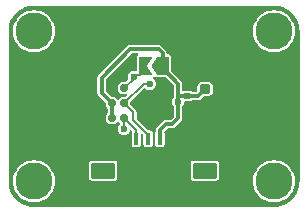
<source format=gbr>
%TF.GenerationSoftware,KiCad,Pcbnew,9.0.2*%
%TF.CreationDate,2025-05-19T10:14:33-04:00*%
%TF.ProjectId,lps28dfwBreakoutBoard,6c707332-3864-4667-9742-7265616b6f75,rev?*%
%TF.SameCoordinates,Original*%
%TF.FileFunction,Copper,L2,Bot*%
%TF.FilePolarity,Positive*%
%FSLAX46Y46*%
G04 Gerber Fmt 4.6, Leading zero omitted, Abs format (unit mm)*
G04 Created by KiCad (PCBNEW 9.0.2) date 2025-05-19 10:14:33*
%MOMM*%
%LPD*%
G01*
G04 APERTURE LIST*
G04 Aperture macros list*
%AMRoundRect*
0 Rectangle with rounded corners*
0 $1 Rounding radius*
0 $2 $3 $4 $5 $6 $7 $8 $9 X,Y pos of 4 corners*
0 Add a 4 corners polygon primitive as box body*
4,1,4,$2,$3,$4,$5,$6,$7,$8,$9,$2,$3,0*
0 Add four circle primitives for the rounded corners*
1,1,$1+$1,$2,$3*
1,1,$1+$1,$4,$5*
1,1,$1+$1,$6,$7*
1,1,$1+$1,$8,$9*
0 Add four rect primitives between the rounded corners*
20,1,$1+$1,$2,$3,$4,$5,0*
20,1,$1+$1,$4,$5,$6,$7,0*
20,1,$1+$1,$6,$7,$8,$9,0*
20,1,$1+$1,$8,$9,$2,$3,0*%
%AMFreePoly0*
4,1,6,1.000000,0.000000,0.500000,-0.750000,-0.500000,-0.750000,-0.500000,0.750000,0.500000,0.750000,1.000000,0.000000,1.000000,0.000000,$1*%
%AMFreePoly1*
4,1,6,0.500000,-0.750000,-0.650000,-0.750000,-0.150000,0.000000,-0.650000,0.750000,0.500000,0.750000,0.500000,-0.750000,0.500000,-0.750000,$1*%
G04 Aperture macros list end*
%TA.AperFunction,ComponentPad*%
%ADD10C,3.140000*%
%TD*%
%TA.AperFunction,SMDPad,CuDef*%
%ADD11RoundRect,0.150000X-0.150000X-0.150000X0.150000X-0.150000X0.150000X0.150000X-0.150000X0.150000X0*%
%TD*%
%TA.AperFunction,SMDPad,CuDef*%
%ADD12RoundRect,0.150000X0.150000X0.150000X-0.150000X0.150000X-0.150000X-0.150000X0.150000X-0.150000X0*%
%TD*%
%TA.AperFunction,SMDPad,CuDef*%
%ADD13RoundRect,0.200000X-0.250000X0.200000X-0.250000X-0.200000X0.250000X-0.200000X0.250000X0.200000X0*%
%TD*%
%TA.AperFunction,SMDPad,CuDef*%
%ADD14FreePoly0,180.000000*%
%TD*%
%TA.AperFunction,SMDPad,CuDef*%
%ADD15FreePoly1,180.000000*%
%TD*%
%TA.AperFunction,SMDPad,CuDef*%
%ADD16RoundRect,0.125000X-0.175000X0.125000X-0.175000X-0.125000X0.175000X-0.125000X0.175000X0.125000X0*%
%TD*%
%TA.AperFunction,SMDPad,CuDef*%
%ADD17RoundRect,0.050000X0.950000X0.600000X-0.950000X0.600000X-0.950000X-0.600000X0.950000X-0.600000X0*%
%TD*%
%TA.AperFunction,SMDPad,CuDef*%
%ADD18RoundRect,0.050000X0.150000X0.450000X-0.150000X0.450000X-0.150000X-0.450000X0.150000X-0.450000X0*%
%TD*%
%TA.AperFunction,ViaPad*%
%ADD19C,0.600000*%
%TD*%
%TA.AperFunction,Conductor*%
%ADD20C,0.300000*%
%TD*%
%TA.AperFunction,Conductor*%
%ADD21C,0.200000*%
%TD*%
G04 APERTURE END LIST*
D10*
%TO.P,REF\u002A\u002A,*%
%TO.N,*%
X129540000Y-114300000D03*
%TD*%
%TO.P,REF\u002A\u002A,*%
%TO.N,*%
X149860000Y-101600000D03*
%TD*%
%TO.P,REF\u002A\u002A,*%
%TO.N,*%
X129540000Y-101600000D03*
%TD*%
%TO.P,REF\u002A\u002A,*%
%TO.N,*%
X149860000Y-114300000D03*
%TD*%
D11*
%TO.P,R2,1*%
%TO.N,+3V3*%
X136127000Y-107696000D03*
%TO.P,R2,2*%
%TO.N,/SDA*%
X137177000Y-107696000D03*
%TD*%
D12*
%TO.P,R1,1*%
%TO.N,/ADDR0*%
X137177000Y-106426000D03*
%TO.P,R1,2*%
%TO.N,VSS*%
X136127000Y-106426000D03*
%TD*%
D13*
%TO.P,C1,1*%
%TO.N,+3V3*%
X144018000Y-106488000D03*
%TO.P,C1,2*%
%TO.N,VSS*%
X144018000Y-107888000D03*
%TD*%
D14*
%TO.P,JP1,1*%
%TO.N,+3V3*%
X140425000Y-104521000D03*
D15*
%TO.P,JP1,2*%
%TO.N,/ADDR0*%
X138975000Y-104521000D03*
%TD*%
D16*
%TO.P,C2,1*%
%TO.N,+3V3*%
X142494000Y-107069000D03*
%TO.P,C2,2*%
%TO.N,VSS*%
X142494000Y-108069000D03*
%TD*%
D11*
%TO.P,R3,1*%
%TO.N,+3V3*%
X136127000Y-108966000D03*
%TO.P,R3,2*%
%TO.N,/SCL*%
X137177000Y-108966000D03*
%TD*%
D17*
%TO.P,J1,*%
%TO.N,*%
X144000000Y-113400000D03*
X135400000Y-113400000D03*
D18*
%TO.P,J1,1*%
%TO.N,VSS*%
X141200000Y-110700000D03*
%TO.P,J1,2*%
%TO.N,+3V3*%
X140200000Y-110700000D03*
%TO.P,J1,3*%
%TO.N,/SDA*%
X139200000Y-110700000D03*
%TO.P,J1,4*%
%TO.N,/SCL*%
X138200000Y-110700000D03*
%TD*%
D19*
%TO.N,+3V3*%
X141732000Y-107569000D03*
%TO.N,VSS*%
X142494000Y-108915200D03*
X144018000Y-108915200D03*
X141986000Y-109728000D03*
X143205200Y-108915200D03*
X141986000Y-110591600D03*
X136652000Y-105537000D03*
%TO.N,/SDA*%
X139319000Y-106045000D03*
%TO.N,/SCL*%
X137160000Y-109855000D03*
%TO.N,/ADDR0*%
X137998200Y-105486200D03*
%TD*%
D20*
%TO.N,+3V3*%
X140200000Y-109990000D02*
X140716000Y-109474000D01*
X141732000Y-107569000D02*
X141732000Y-106045000D01*
X141224000Y-109474000D02*
X141732000Y-108966000D01*
X140200000Y-110700000D02*
X140200000Y-109990000D01*
X140081000Y-103124000D02*
X140425000Y-103468000D01*
X142494000Y-107069000D02*
X143437000Y-107069000D01*
X141732000Y-108966000D02*
X141732000Y-107569000D01*
X140716000Y-109474000D02*
X141224000Y-109474000D01*
X135255000Y-105537000D02*
X137668000Y-103124000D01*
X136127000Y-108966000D02*
X136127000Y-107696000D01*
X141732000Y-106045000D02*
X140425000Y-104738000D01*
X135255000Y-106824000D02*
X135255000Y-105537000D01*
X143437000Y-107069000D02*
X144018000Y-106488000D01*
X140425000Y-104738000D02*
X140425000Y-104521000D01*
X140425000Y-103468000D02*
X140425000Y-104521000D01*
X136127000Y-107696000D02*
X135255000Y-106824000D01*
X141732000Y-107069000D02*
X142494000Y-107069000D01*
X137668000Y-103124000D02*
X140081000Y-103124000D01*
D21*
%TO.N,/SDA*%
X137922000Y-108441000D02*
X137177000Y-107696000D01*
X139200000Y-110700000D02*
X139200000Y-110371000D01*
X137922000Y-109093000D02*
X137922000Y-108441000D01*
X138828000Y-106045000D02*
X137177000Y-107696000D01*
X139200000Y-110371000D02*
X137922000Y-109093000D01*
X139319000Y-106045000D02*
X138828000Y-106045000D01*
%TO.N,/SCL*%
X138200000Y-110700000D02*
X138200000Y-109989000D01*
X137177000Y-109838000D02*
X137160000Y-109855000D01*
X138200000Y-109989000D02*
X137177000Y-108966000D01*
X137177000Y-108966000D02*
X137177000Y-109838000D01*
%TO.N,/ADDR0*%
X138975000Y-104902000D02*
X138975000Y-105009000D01*
X137287000Y-106316000D02*
X137287000Y-106299000D01*
X137998200Y-105486200D02*
X137998200Y-105604800D01*
X138150600Y-105333800D02*
X138506200Y-105333800D01*
X137998200Y-105604800D02*
X137177000Y-106426000D01*
X138506200Y-105333800D02*
X138684000Y-105156000D01*
X137998200Y-105486200D02*
X138150600Y-105333800D01*
%TD*%
%TA.AperFunction,Conductor*%
%TO.N,VSS*%
G36*
X138350633Y-103492093D02*
G01*
X138376353Y-103536642D01*
X138367420Y-103587300D01*
X138349178Y-103608496D01*
X138346872Y-103610334D01*
X138289851Y-103681836D01*
X138289851Y-103681837D01*
X138269500Y-103771000D01*
X138269500Y-103771001D01*
X138269500Y-103771003D01*
X138269500Y-104910643D01*
X138251907Y-104958981D01*
X138207358Y-104984701D01*
X138174838Y-104983281D01*
X138068173Y-104954700D01*
X137928227Y-104954700D01*
X137847120Y-104976432D01*
X137793047Y-104990921D01*
X137671853Y-105060893D01*
X137671847Y-105060897D01*
X137572897Y-105159847D01*
X137572893Y-105159853D01*
X137502921Y-105281047D01*
X137484810Y-105348638D01*
X137466700Y-105416227D01*
X137466700Y-105556173D01*
X137487634Y-105634300D01*
X137488251Y-105636602D01*
X137483767Y-105687846D01*
X137468788Y-105709239D01*
X137274555Y-105903474D01*
X137227934Y-105925214D01*
X137221380Y-105925500D01*
X136993731Y-105925500D01*
X136925606Y-105935427D01*
X136820514Y-105986803D01*
X136737803Y-106069514D01*
X136686427Y-106174606D01*
X136676500Y-106242731D01*
X136676500Y-106609268D01*
X136686427Y-106677393D01*
X136737803Y-106782485D01*
X136820514Y-106865196D01*
X136820515Y-106865196D01*
X136820517Y-106865198D01*
X136925607Y-106916573D01*
X136975536Y-106923847D01*
X136993731Y-106926499D01*
X136993736Y-106926499D01*
X136993740Y-106926500D01*
X136993742Y-106926500D01*
X137339981Y-106926500D01*
X137388319Y-106944093D01*
X137414039Y-106988642D01*
X137405106Y-107039300D01*
X137393155Y-107054874D01*
X137274555Y-107173474D01*
X137227935Y-107195214D01*
X137221381Y-107195500D01*
X136993731Y-107195500D01*
X136925606Y-107205427D01*
X136820514Y-107256803D01*
X136737803Y-107339514D01*
X136719559Y-107376834D01*
X136682523Y-107412533D01*
X136631205Y-107416074D01*
X136589618Y-107385800D01*
X136584441Y-107376834D01*
X136578092Y-107363847D01*
X136566198Y-107339517D01*
X136566196Y-107339515D01*
X136566196Y-107339514D01*
X136483485Y-107256803D01*
X136483483Y-107256802D01*
X136378393Y-107205427D01*
X136310268Y-107195500D01*
X136310260Y-107195500D01*
X136153330Y-107195500D01*
X136104992Y-107177907D01*
X136100156Y-107173474D01*
X135627526Y-106700844D01*
X135605786Y-106654224D01*
X135605500Y-106647670D01*
X135605500Y-105713329D01*
X135623093Y-105664991D01*
X135627526Y-105660155D01*
X137791155Y-103496526D01*
X137837775Y-103474786D01*
X137844329Y-103474500D01*
X138302295Y-103474500D01*
X138350633Y-103492093D01*
G37*
%TD.AperFunction*%
%TA.AperFunction,Conductor*%
G36*
X149862264Y-99441637D02*
G01*
X149883836Y-99442941D01*
X150115650Y-99456964D01*
X150124645Y-99458056D01*
X150372098Y-99503403D01*
X150380893Y-99505571D01*
X150621070Y-99580413D01*
X150629561Y-99583633D01*
X150858958Y-99686876D01*
X150866996Y-99691095D01*
X151082279Y-99821238D01*
X151089752Y-99826397D01*
X151287771Y-99981536D01*
X151294568Y-99987558D01*
X151472441Y-100165431D01*
X151478463Y-100172228D01*
X151633602Y-100370247D01*
X151638761Y-100377720D01*
X151768904Y-100593003D01*
X151773124Y-100601044D01*
X151876366Y-100830438D01*
X151879586Y-100838929D01*
X151954425Y-101079095D01*
X151956598Y-101087912D01*
X152001941Y-101335343D01*
X152003036Y-101344357D01*
X152018363Y-101597735D01*
X152018500Y-101602276D01*
X152018500Y-114297723D01*
X152018363Y-114302264D01*
X152003036Y-114555642D01*
X152001941Y-114564656D01*
X151956598Y-114812087D01*
X151954425Y-114820904D01*
X151879586Y-115061070D01*
X151876366Y-115069561D01*
X151773124Y-115298955D01*
X151768904Y-115306996D01*
X151638761Y-115522279D01*
X151633602Y-115529752D01*
X151478463Y-115727771D01*
X151472441Y-115734568D01*
X151294568Y-115912441D01*
X151287771Y-115918463D01*
X151089752Y-116073602D01*
X151082279Y-116078761D01*
X150866996Y-116208904D01*
X150858955Y-116213124D01*
X150629561Y-116316366D01*
X150621070Y-116319586D01*
X150380904Y-116394425D01*
X150372087Y-116396598D01*
X150124656Y-116441941D01*
X150115642Y-116443036D01*
X149862265Y-116458363D01*
X149857724Y-116458500D01*
X129542276Y-116458500D01*
X129537735Y-116458363D01*
X129284357Y-116443036D01*
X129275343Y-116441941D01*
X129027912Y-116396598D01*
X129019095Y-116394425D01*
X128778929Y-116319586D01*
X128770438Y-116316366D01*
X128541044Y-116213124D01*
X128533003Y-116208904D01*
X128317720Y-116078761D01*
X128310247Y-116073602D01*
X128112228Y-115918463D01*
X128105431Y-115912441D01*
X127927558Y-115734568D01*
X127921536Y-115727771D01*
X127911852Y-115715411D01*
X127766397Y-115529752D01*
X127761238Y-115522279D01*
X127631095Y-115306996D01*
X127626875Y-115298955D01*
X127523633Y-115069561D01*
X127520413Y-115061070D01*
X127460977Y-114870333D01*
X127445571Y-114820893D01*
X127443403Y-114812098D01*
X127398056Y-114564645D01*
X127396964Y-114555650D01*
X127381637Y-114302263D01*
X127381500Y-114297723D01*
X127381500Y-114183955D01*
X127769500Y-114183955D01*
X127769500Y-114416045D01*
X127799794Y-114646149D01*
X127846619Y-114820904D01*
X127859864Y-114870332D01*
X127859864Y-114870333D01*
X127948680Y-115084753D01*
X128064725Y-115285750D01*
X128206006Y-115469871D01*
X128206018Y-115469885D01*
X128370114Y-115633981D01*
X128370121Y-115633987D01*
X128370123Y-115633989D01*
X128554252Y-115775276D01*
X128755248Y-115891320D01*
X128969670Y-115980137D01*
X129193851Y-116040206D01*
X129423955Y-116070500D01*
X129423958Y-116070500D01*
X129656042Y-116070500D01*
X129656045Y-116070500D01*
X129886149Y-116040206D01*
X130110330Y-115980137D01*
X130324752Y-115891320D01*
X130525748Y-115775276D01*
X130709877Y-115633989D01*
X130873989Y-115469877D01*
X131015276Y-115285748D01*
X131131320Y-115084752D01*
X131220137Y-114870330D01*
X131280206Y-114646149D01*
X131310500Y-114416045D01*
X131310500Y-114183955D01*
X131280206Y-113953851D01*
X131220137Y-113729670D01*
X131131320Y-113515248D01*
X131015276Y-113314252D01*
X130873989Y-113130123D01*
X130873987Y-113130121D01*
X130873981Y-113130114D01*
X130709885Y-112966018D01*
X130709871Y-112966006D01*
X130534308Y-112831292D01*
X130525750Y-112824725D01*
X130440184Y-112775324D01*
X134199500Y-112775324D01*
X134199500Y-114024675D01*
X134214033Y-114097738D01*
X134214035Y-114097743D01*
X134269398Y-114180601D01*
X134352256Y-114235964D01*
X134352258Y-114235965D01*
X134352260Y-114235966D01*
X134376615Y-114240810D01*
X134425324Y-114250500D01*
X134425326Y-114250500D01*
X136374676Y-114250500D01*
X136411207Y-114243233D01*
X136447740Y-114235966D01*
X136530601Y-114180601D01*
X136585966Y-114097740D01*
X136600500Y-114024674D01*
X136600500Y-112775326D01*
X136600500Y-112775324D01*
X142799500Y-112775324D01*
X142799500Y-114024675D01*
X142814033Y-114097738D01*
X142814035Y-114097743D01*
X142869398Y-114180601D01*
X142952256Y-114235964D01*
X142952258Y-114235965D01*
X142952260Y-114235966D01*
X142976615Y-114240810D01*
X143025324Y-114250500D01*
X143025326Y-114250500D01*
X144974676Y-114250500D01*
X145011207Y-114243233D01*
X145047740Y-114235966D01*
X145125581Y-114183955D01*
X148089500Y-114183955D01*
X148089500Y-114416045D01*
X148119794Y-114646149D01*
X148166619Y-114820904D01*
X148179864Y-114870332D01*
X148179864Y-114870333D01*
X148268680Y-115084753D01*
X148384725Y-115285750D01*
X148526006Y-115469871D01*
X148526018Y-115469885D01*
X148690114Y-115633981D01*
X148690121Y-115633987D01*
X148690123Y-115633989D01*
X148874252Y-115775276D01*
X149075248Y-115891320D01*
X149289670Y-115980137D01*
X149513851Y-116040206D01*
X149743955Y-116070500D01*
X149743958Y-116070500D01*
X149976042Y-116070500D01*
X149976045Y-116070500D01*
X150206149Y-116040206D01*
X150430330Y-115980137D01*
X150644752Y-115891320D01*
X150845748Y-115775276D01*
X151029877Y-115633989D01*
X151193989Y-115469877D01*
X151335276Y-115285748D01*
X151451320Y-115084752D01*
X151540137Y-114870330D01*
X151600206Y-114646149D01*
X151630500Y-114416045D01*
X151630500Y-114183955D01*
X151600206Y-113953851D01*
X151540137Y-113729670D01*
X151451320Y-113515248D01*
X151335276Y-113314252D01*
X151193989Y-113130123D01*
X151193987Y-113130121D01*
X151193981Y-113130114D01*
X151029885Y-112966018D01*
X151029871Y-112966006D01*
X150845750Y-112824725D01*
X150644753Y-112708680D01*
X150430333Y-112619864D01*
X150430331Y-112619863D01*
X150430330Y-112619863D01*
X150206149Y-112559794D01*
X149976045Y-112529500D01*
X149743955Y-112529500D01*
X149513851Y-112559794D01*
X149513847Y-112559795D01*
X149513846Y-112559795D01*
X149371723Y-112597877D01*
X149289670Y-112619863D01*
X149289668Y-112619863D01*
X149289667Y-112619864D01*
X149289666Y-112619864D01*
X149075246Y-112708680D01*
X148874249Y-112824725D01*
X148690128Y-112966006D01*
X148690114Y-112966018D01*
X148526018Y-113130114D01*
X148526006Y-113130128D01*
X148384725Y-113314249D01*
X148268680Y-113515246D01*
X148179864Y-113729666D01*
X148179864Y-113729667D01*
X148179863Y-113729670D01*
X148119794Y-113953851D01*
X148089500Y-114183955D01*
X145125581Y-114183955D01*
X145130601Y-114180601D01*
X145185966Y-114097740D01*
X145200500Y-114024674D01*
X145200500Y-112775326D01*
X145185966Y-112702260D01*
X145185965Y-112702258D01*
X145185964Y-112702256D01*
X145130601Y-112619398D01*
X145047743Y-112564035D01*
X145047738Y-112564033D01*
X144974676Y-112549500D01*
X144974674Y-112549500D01*
X143025326Y-112549500D01*
X143025324Y-112549500D01*
X142952261Y-112564033D01*
X142952256Y-112564035D01*
X142869398Y-112619398D01*
X142814035Y-112702256D01*
X142814033Y-112702261D01*
X142799500Y-112775324D01*
X136600500Y-112775324D01*
X136585966Y-112702260D01*
X136585965Y-112702258D01*
X136585964Y-112702256D01*
X136530601Y-112619398D01*
X136447743Y-112564035D01*
X136447738Y-112564033D01*
X136374676Y-112549500D01*
X136374674Y-112549500D01*
X134425326Y-112549500D01*
X134425324Y-112549500D01*
X134352261Y-112564033D01*
X134352256Y-112564035D01*
X134269398Y-112619398D01*
X134214035Y-112702256D01*
X134214033Y-112702261D01*
X134199500Y-112775324D01*
X130440184Y-112775324D01*
X130324753Y-112708680D01*
X130110333Y-112619864D01*
X130110331Y-112619863D01*
X130110330Y-112619863D01*
X129886149Y-112559794D01*
X129656045Y-112529500D01*
X129423955Y-112529500D01*
X129193851Y-112559794D01*
X129193847Y-112559795D01*
X129193846Y-112559795D01*
X129051723Y-112597877D01*
X128969670Y-112619863D01*
X128969668Y-112619863D01*
X128969667Y-112619864D01*
X128969666Y-112619864D01*
X128755246Y-112708680D01*
X128554249Y-112824725D01*
X128370128Y-112966006D01*
X128370114Y-112966018D01*
X128206018Y-113130114D01*
X128206006Y-113130128D01*
X128064725Y-113314249D01*
X127948680Y-113515246D01*
X127859864Y-113729666D01*
X127859864Y-113729667D01*
X127859863Y-113729670D01*
X127799794Y-113953851D01*
X127769500Y-114183955D01*
X127381500Y-114183955D01*
X127381500Y-105490856D01*
X134904500Y-105490856D01*
X134904500Y-105490858D01*
X134904500Y-106870144D01*
X134919600Y-106926497D01*
X134919600Y-106926499D01*
X134919601Y-106926499D01*
X134919601Y-106926500D01*
X134928386Y-106959288D01*
X134928388Y-106959291D01*
X134928389Y-106959294D01*
X134974529Y-107039210D01*
X134974533Y-107039216D01*
X135604474Y-107669156D01*
X135626214Y-107715776D01*
X135626500Y-107722330D01*
X135626500Y-107879268D01*
X135636427Y-107947393D01*
X135687803Y-108052485D01*
X135754474Y-108119156D01*
X135776214Y-108165776D01*
X135776500Y-108172330D01*
X135776500Y-108489670D01*
X135758907Y-108538008D01*
X135754474Y-108542844D01*
X135687803Y-108609514D01*
X135636427Y-108714606D01*
X135626500Y-108782731D01*
X135626500Y-109149268D01*
X135636427Y-109217393D01*
X135687803Y-109322485D01*
X135770514Y-109405196D01*
X135770515Y-109405196D01*
X135770517Y-109405198D01*
X135875607Y-109456573D01*
X135925536Y-109463847D01*
X135943731Y-109466499D01*
X135943736Y-109466499D01*
X135943740Y-109466500D01*
X135943742Y-109466500D01*
X136310258Y-109466500D01*
X136310260Y-109466500D01*
X136310264Y-109466499D01*
X136310268Y-109466499D01*
X136319946Y-109465088D01*
X136378393Y-109456573D01*
X136483483Y-109405198D01*
X136566198Y-109322483D01*
X136584441Y-109285165D01*
X136621476Y-109249467D01*
X136672794Y-109245925D01*
X136711719Y-109272491D01*
X136716269Y-109278436D01*
X136737802Y-109322483D01*
X136789676Y-109374357D01*
X136792702Y-109378311D01*
X136799003Y-109398388D01*
X136807897Y-109417459D01*
X136806558Y-109422455D01*
X136808107Y-109427390D01*
X136800029Y-109446820D01*
X136794583Y-109467146D01*
X136788630Y-109474240D01*
X136788361Y-109474888D01*
X136787875Y-109475139D01*
X136786158Y-109477187D01*
X136734694Y-109528651D01*
X136734693Y-109528653D01*
X136664721Y-109649847D01*
X136646610Y-109717438D01*
X136628500Y-109785027D01*
X136628500Y-109924973D01*
X136649057Y-110001692D01*
X136664721Y-110060152D01*
X136734693Y-110181346D01*
X136734697Y-110181352D01*
X136833647Y-110280302D01*
X136833650Y-110280304D01*
X136833652Y-110280306D01*
X136954849Y-110350279D01*
X137090027Y-110386500D01*
X137090030Y-110386500D01*
X137229970Y-110386500D01*
X137229973Y-110386500D01*
X137365151Y-110350279D01*
X137486348Y-110280306D01*
X137585306Y-110181348D01*
X137655279Y-110060151D01*
X137661910Y-110035403D01*
X137669514Y-110024542D01*
X137672947Y-110011733D01*
X137683807Y-110004128D01*
X137691412Y-109993267D01*
X137704220Y-109989834D01*
X137715084Y-109982228D01*
X137728292Y-109983383D01*
X137741099Y-109979952D01*
X137753117Y-109985556D01*
X137766328Y-109986712D01*
X137787714Y-110001687D01*
X137787718Y-110001689D01*
X137787721Y-110001692D01*
X137820164Y-110034135D01*
X137841904Y-110080755D01*
X137829517Y-110129087D01*
X137814035Y-110152256D01*
X137814033Y-110152261D01*
X137799500Y-110225324D01*
X137799500Y-111174675D01*
X137814033Y-111247738D01*
X137814035Y-111247743D01*
X137869398Y-111330601D01*
X137952256Y-111385964D01*
X137952258Y-111385965D01*
X137952260Y-111385966D01*
X137976615Y-111390810D01*
X138025324Y-111400500D01*
X138025326Y-111400500D01*
X138374676Y-111400500D01*
X138411207Y-111393233D01*
X138447740Y-111385966D01*
X138530601Y-111330601D01*
X138585966Y-111247740D01*
X138600500Y-111174674D01*
X138600500Y-110378019D01*
X138608242Y-110356746D01*
X138614100Y-110334886D01*
X138616916Y-110332913D01*
X138618093Y-110329681D01*
X138637698Y-110318361D01*
X138656237Y-110305381D01*
X138659663Y-110305680D01*
X138662642Y-110303961D01*
X138684935Y-110307892D01*
X138707481Y-110309865D01*
X138711304Y-110312542D01*
X138713300Y-110312894D01*
X138728874Y-110324845D01*
X138777474Y-110373445D01*
X138799214Y-110420065D01*
X138799500Y-110426619D01*
X138799500Y-111174675D01*
X138814033Y-111247738D01*
X138814035Y-111247743D01*
X138869398Y-111330601D01*
X138952256Y-111385964D01*
X138952258Y-111385965D01*
X138952260Y-111385966D01*
X138976615Y-111390810D01*
X139025324Y-111400500D01*
X139025326Y-111400500D01*
X139374676Y-111400500D01*
X139411207Y-111393233D01*
X139447740Y-111385966D01*
X139530601Y-111330601D01*
X139585966Y-111247740D01*
X139600500Y-111174674D01*
X139600500Y-110225326D01*
X139585966Y-110152260D01*
X139585965Y-110152258D01*
X139585964Y-110152256D01*
X139530601Y-110069398D01*
X139447743Y-110014035D01*
X139447738Y-110014033D01*
X139374676Y-109999500D01*
X139374674Y-109999500D01*
X139284619Y-109999500D01*
X139236281Y-109981907D01*
X139231445Y-109977474D01*
X138244526Y-108990555D01*
X138222786Y-108943935D01*
X138222500Y-108937381D01*
X138222500Y-108401439D01*
X138202020Y-108325009D01*
X138193660Y-108310529D01*
X138162460Y-108256489D01*
X138106511Y-108200540D01*
X137699526Y-107793555D01*
X137692588Y-107778678D01*
X137682035Y-107766101D01*
X137679184Y-107749933D01*
X137677786Y-107746935D01*
X137677500Y-107740381D01*
X137677500Y-107651618D01*
X137695093Y-107603280D01*
X137699515Y-107598455D01*
X138856984Y-106440985D01*
X138903603Y-106419246D01*
X138953290Y-106432560D01*
X138963331Y-106440986D01*
X138992647Y-106470302D01*
X138992650Y-106470304D01*
X138992652Y-106470306D01*
X139113849Y-106540279D01*
X139249027Y-106576500D01*
X139249030Y-106576500D01*
X139388970Y-106576500D01*
X139388973Y-106576500D01*
X139524151Y-106540279D01*
X139645348Y-106470306D01*
X139744306Y-106371348D01*
X139814279Y-106250151D01*
X139850500Y-106114973D01*
X139850500Y-105975027D01*
X139814279Y-105839849D01*
X139744306Y-105718652D01*
X139744304Y-105718650D01*
X139744302Y-105718647D01*
X139645352Y-105619697D01*
X139645349Y-105619695D01*
X139645348Y-105619694D01*
X139629237Y-105610392D01*
X139596174Y-105570987D01*
X139596174Y-105519547D01*
X139629240Y-105480142D01*
X139639172Y-105475343D01*
X139646008Y-105472638D01*
X139698085Y-105463065D01*
X139738793Y-105435925D01*
X139746206Y-105432993D01*
X139764423Y-105432488D01*
X139782136Y-105428173D01*
X139790813Y-105431756D01*
X139797626Y-105431568D01*
X139805528Y-105437834D01*
X139820758Y-105444124D01*
X139835837Y-105456149D01*
X139925000Y-105476500D01*
X140636670Y-105476500D01*
X140685008Y-105494093D01*
X140689844Y-105498526D01*
X141359474Y-106168156D01*
X141381214Y-106214776D01*
X141381500Y-106221330D01*
X141381500Y-107136697D01*
X141363907Y-107185035D01*
X141359474Y-107189871D01*
X141306697Y-107242647D01*
X141306693Y-107242653D01*
X141236721Y-107363847D01*
X141223676Y-107412533D01*
X141200500Y-107499027D01*
X141200500Y-107638973D01*
X141222836Y-107722330D01*
X141236721Y-107774152D01*
X141291906Y-107869734D01*
X141306694Y-107895348D01*
X141359474Y-107948128D01*
X141381214Y-107994747D01*
X141381500Y-108001302D01*
X141381500Y-108789670D01*
X141363907Y-108838008D01*
X141359474Y-108842844D01*
X141100844Y-109101474D01*
X141054224Y-109123214D01*
X141047670Y-109123500D01*
X140669856Y-109123500D01*
X140616369Y-109137831D01*
X140580710Y-109147386D01*
X140500789Y-109193529D01*
X140500783Y-109193533D01*
X139919533Y-109774783D01*
X139919529Y-109774789D01*
X139890829Y-109824500D01*
X139873386Y-109854710D01*
X139873386Y-109854712D01*
X139849500Y-109943856D01*
X139849500Y-109943858D01*
X139849500Y-110076368D01*
X139836827Y-110118146D01*
X139814035Y-110152256D01*
X139814033Y-110152261D01*
X139799500Y-110225324D01*
X139799500Y-111174675D01*
X139814033Y-111247738D01*
X139814035Y-111247743D01*
X139869398Y-111330601D01*
X139952256Y-111385964D01*
X139952258Y-111385965D01*
X139952260Y-111385966D01*
X139976615Y-111390810D01*
X140025324Y-111400500D01*
X140025326Y-111400500D01*
X140374676Y-111400500D01*
X140411207Y-111393233D01*
X140447740Y-111385966D01*
X140530601Y-111330601D01*
X140585966Y-111247740D01*
X140600500Y-111174674D01*
X140600500Y-110225326D01*
X140585966Y-110152260D01*
X140585964Y-110152257D01*
X140585089Y-110147857D01*
X140592913Y-110097016D01*
X140605666Y-110080014D01*
X140839157Y-109846525D01*
X140885777Y-109824786D01*
X140892331Y-109824500D01*
X141270141Y-109824500D01*
X141270144Y-109824500D01*
X141359288Y-109800614D01*
X141379217Y-109789108D01*
X141439212Y-109754470D01*
X142012469Y-109181213D01*
X142058614Y-109101288D01*
X142071435Y-109053438D01*
X142082500Y-109012144D01*
X142082500Y-108001302D01*
X142100093Y-107952964D01*
X142104515Y-107948138D01*
X142157306Y-107895348D01*
X142227279Y-107774151D01*
X142263500Y-107638973D01*
X142263500Y-107594699D01*
X142281093Y-107546361D01*
X142325642Y-107520641D01*
X142338690Y-107519499D01*
X142707138Y-107519499D01*
X142754545Y-107513259D01*
X142858579Y-107464747D01*
X142881799Y-107441527D01*
X142928419Y-107419786D01*
X142934974Y-107419500D01*
X143483141Y-107419500D01*
X143483144Y-107419500D01*
X143572288Y-107395614D01*
X143593133Y-107383579D01*
X143652212Y-107349470D01*
X143891156Y-107110524D01*
X143937777Y-107088785D01*
X143944331Y-107088499D01*
X144299513Y-107088499D01*
X144299518Y-107088499D01*
X144307646Y-107087211D01*
X144393301Y-107073647D01*
X144393302Y-107073646D01*
X144393304Y-107073646D01*
X144506342Y-107016050D01*
X144596050Y-106926342D01*
X144653646Y-106813304D01*
X144668500Y-106719519D01*
X144668499Y-106256482D01*
X144661894Y-106214776D01*
X144653647Y-106162698D01*
X144629328Y-106114970D01*
X144596050Y-106049658D01*
X144596049Y-106049657D01*
X144596048Y-106049655D01*
X144506344Y-105959951D01*
X144393305Y-105902354D01*
X144349524Y-105895420D01*
X144299519Y-105887500D01*
X144299517Y-105887500D01*
X143736487Y-105887500D01*
X143736475Y-105887501D01*
X143642698Y-105902352D01*
X143529655Y-105959951D01*
X143439951Y-106049655D01*
X143382354Y-106162694D01*
X143367500Y-106256478D01*
X143367500Y-106611668D01*
X143361885Y-106627094D01*
X143360455Y-106643448D01*
X143351039Y-106656895D01*
X143349907Y-106660006D01*
X143345475Y-106664842D01*
X143313844Y-106696474D01*
X143267224Y-106718214D01*
X143260669Y-106718500D01*
X142934974Y-106718500D01*
X142886636Y-106700907D01*
X142881799Y-106696473D01*
X142858582Y-106673255D01*
X142858575Y-106673250D01*
X142754549Y-106624742D01*
X142754543Y-106624740D01*
X142719619Y-106620142D01*
X142707139Y-106618500D01*
X142707137Y-106618500D01*
X142280864Y-106618500D01*
X142233453Y-106624741D01*
X142189481Y-106645246D01*
X142138237Y-106649730D01*
X142096100Y-106620225D01*
X142082500Y-106577092D01*
X142082500Y-105998858D01*
X142082500Y-105998856D01*
X142058614Y-105909712D01*
X142054366Y-105902354D01*
X142018278Y-105839847D01*
X142012470Y-105829787D01*
X141152526Y-104969843D01*
X141130786Y-104923223D01*
X141130500Y-104916669D01*
X141130500Y-103771001D01*
X141125348Y-103725274D01*
X141125348Y-103725272D01*
X141085666Y-103642873D01*
X141085664Y-103642871D01*
X141014163Y-103585851D01*
X140925000Y-103565500D01*
X140924996Y-103565500D01*
X140850700Y-103565500D01*
X140802362Y-103547907D01*
X140776642Y-103503358D01*
X140775500Y-103490300D01*
X140775500Y-103421858D01*
X140775500Y-103421856D01*
X140751614Y-103332712D01*
X140721260Y-103280137D01*
X140705469Y-103252786D01*
X140296216Y-102843533D01*
X140296210Y-102843529D01*
X140216289Y-102797386D01*
X140194002Y-102791414D01*
X140127144Y-102773500D01*
X137621856Y-102773500D01*
X137575202Y-102786000D01*
X137532713Y-102797385D01*
X137469668Y-102833785D01*
X137452792Y-102843529D01*
X137452783Y-102843534D01*
X134974533Y-105321783D01*
X134974529Y-105321789D01*
X134944754Y-105373362D01*
X134928386Y-105401710D01*
X134928386Y-105401712D01*
X134904500Y-105490856D01*
X127381500Y-105490856D01*
X127381500Y-101602276D01*
X127381637Y-101597736D01*
X127388519Y-101483955D01*
X127769500Y-101483955D01*
X127769500Y-101716045D01*
X127799794Y-101946149D01*
X127799795Y-101946152D01*
X127799795Y-101946153D01*
X127859864Y-102170332D01*
X127859864Y-102170333D01*
X127948680Y-102384753D01*
X128064725Y-102585750D01*
X128206006Y-102769871D01*
X128206018Y-102769885D01*
X128370114Y-102933981D01*
X128370121Y-102933987D01*
X128370123Y-102933989D01*
X128554252Y-103075276D01*
X128755248Y-103191320D01*
X128969670Y-103280137D01*
X129193851Y-103340206D01*
X129423955Y-103370500D01*
X129423958Y-103370500D01*
X129656042Y-103370500D01*
X129656045Y-103370500D01*
X129886149Y-103340206D01*
X130110330Y-103280137D01*
X130324752Y-103191320D01*
X130525748Y-103075276D01*
X130709877Y-102933989D01*
X130873989Y-102769877D01*
X131015276Y-102585748D01*
X131131320Y-102384752D01*
X131220137Y-102170330D01*
X131280206Y-101946149D01*
X131310500Y-101716045D01*
X131310500Y-101483955D01*
X148089500Y-101483955D01*
X148089500Y-101716045D01*
X148119794Y-101946149D01*
X148119795Y-101946152D01*
X148119795Y-101946153D01*
X148179864Y-102170332D01*
X148179864Y-102170333D01*
X148268680Y-102384753D01*
X148384725Y-102585750D01*
X148526006Y-102769871D01*
X148526018Y-102769885D01*
X148690114Y-102933981D01*
X148690121Y-102933987D01*
X148690123Y-102933989D01*
X148874252Y-103075276D01*
X149075248Y-103191320D01*
X149289670Y-103280137D01*
X149513851Y-103340206D01*
X149743955Y-103370500D01*
X149743958Y-103370500D01*
X149976042Y-103370500D01*
X149976045Y-103370500D01*
X150206149Y-103340206D01*
X150430330Y-103280137D01*
X150644752Y-103191320D01*
X150845748Y-103075276D01*
X151029877Y-102933989D01*
X151193989Y-102769877D01*
X151335276Y-102585748D01*
X151451320Y-102384752D01*
X151540137Y-102170330D01*
X151600206Y-101946149D01*
X151630500Y-101716045D01*
X151630500Y-101483955D01*
X151600206Y-101253851D01*
X151540137Y-101029670D01*
X151451320Y-100815248D01*
X151335276Y-100614252D01*
X151193989Y-100430123D01*
X151193987Y-100430121D01*
X151193981Y-100430114D01*
X151029885Y-100266018D01*
X151029871Y-100266006D01*
X150845750Y-100124725D01*
X150644753Y-100008680D01*
X150430333Y-99919864D01*
X150430331Y-99919863D01*
X150430330Y-99919863D01*
X150206149Y-99859794D01*
X149976045Y-99829500D01*
X149743955Y-99829500D01*
X149513851Y-99859794D01*
X149513847Y-99859795D01*
X149513846Y-99859795D01*
X149371723Y-99897877D01*
X149289670Y-99919863D01*
X149289668Y-99919863D01*
X149289667Y-99919864D01*
X149289666Y-99919864D01*
X149075246Y-100008680D01*
X148874249Y-100124725D01*
X148690128Y-100266006D01*
X148690114Y-100266018D01*
X148526018Y-100430114D01*
X148526006Y-100430128D01*
X148384725Y-100614249D01*
X148268680Y-100815246D01*
X148179864Y-101029666D01*
X148179864Y-101029667D01*
X148179863Y-101029670D01*
X148119794Y-101253851D01*
X148089500Y-101483955D01*
X131310500Y-101483955D01*
X131280206Y-101253851D01*
X131220137Y-101029670D01*
X131131320Y-100815248D01*
X131015276Y-100614252D01*
X130873989Y-100430123D01*
X130873987Y-100430121D01*
X130873981Y-100430114D01*
X130709885Y-100266018D01*
X130709871Y-100266006D01*
X130525750Y-100124725D01*
X130324753Y-100008680D01*
X130110333Y-99919864D01*
X130110331Y-99919863D01*
X130110330Y-99919863D01*
X129886149Y-99859794D01*
X129656045Y-99829500D01*
X129423955Y-99829500D01*
X129193851Y-99859794D01*
X129193847Y-99859795D01*
X129193846Y-99859795D01*
X129051723Y-99897877D01*
X128969670Y-99919863D01*
X128969668Y-99919863D01*
X128969667Y-99919864D01*
X128969666Y-99919864D01*
X128755246Y-100008680D01*
X128554249Y-100124725D01*
X128370128Y-100266006D01*
X128370114Y-100266018D01*
X128206018Y-100430114D01*
X128206006Y-100430128D01*
X128064725Y-100614249D01*
X127948680Y-100815246D01*
X127859864Y-101029666D01*
X127859864Y-101029667D01*
X127859863Y-101029670D01*
X127799794Y-101253851D01*
X127769500Y-101483955D01*
X127388519Y-101483955D01*
X127388943Y-101476953D01*
X127391424Y-101435932D01*
X127396964Y-101344347D01*
X127398056Y-101335355D01*
X127443404Y-101087897D01*
X127445570Y-101079110D01*
X127520415Y-100838923D01*
X127523633Y-100830438D01*
X127626879Y-100601034D01*
X127631089Y-100593012D01*
X127761243Y-100377712D01*
X127766391Y-100370254D01*
X127921542Y-100172220D01*
X127927550Y-100165439D01*
X128105439Y-99987550D01*
X128112220Y-99981542D01*
X128310254Y-99826391D01*
X128317712Y-99821243D01*
X128533012Y-99691089D01*
X128541034Y-99686879D01*
X128770443Y-99583630D01*
X128778923Y-99580415D01*
X129019110Y-99505570D01*
X129027897Y-99503404D01*
X129275355Y-99458056D01*
X129284347Y-99456964D01*
X129518104Y-99442824D01*
X129537736Y-99441637D01*
X129542276Y-99441500D01*
X129594851Y-99441500D01*
X149805149Y-99441500D01*
X149857724Y-99441500D01*
X149862264Y-99441637D01*
G37*
%TD.AperFunction*%
%TD*%
M02*

</source>
